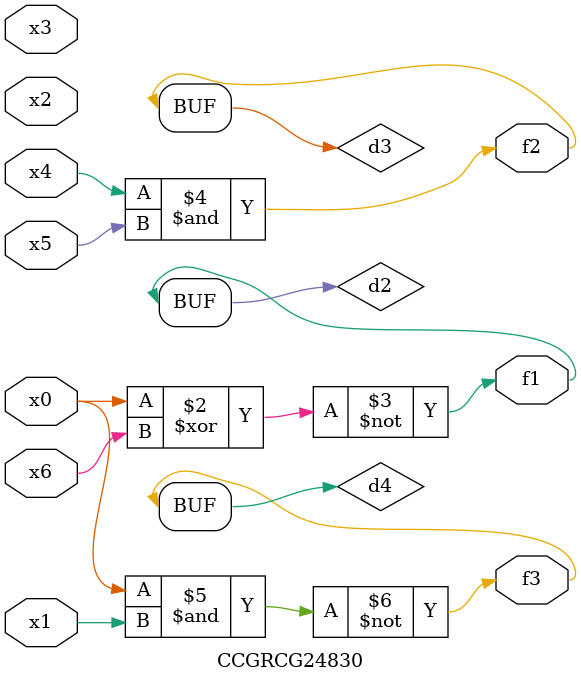
<source format=v>
module CCGRCG24830(
	input x0, x1, x2, x3, x4, x5, x6,
	output f1, f2, f3
);

	wire d1, d2, d3, d4;

	nor (d1, x0);
	xnor (d2, x0, x6);
	and (d3, x4, x5);
	nand (d4, x0, x1);
	assign f1 = d2;
	assign f2 = d3;
	assign f3 = d4;
endmodule

</source>
